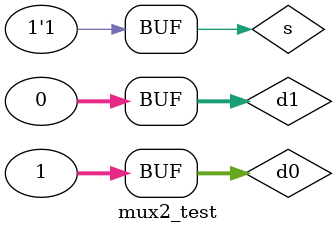
<source format=v>

module mux2_test();
parameter width=32;
reg [width-1:0] d0,d1;
reg s;
wire [width-1:0]y;

mux2 an(d0,d1,s,y0);
initial 
begin
#0 d0=32'd1;
#0 d1=32'd0;
#0 s=1'b0;
#10 s=s;
#40 s=~s;
end
endmodule
</source>
